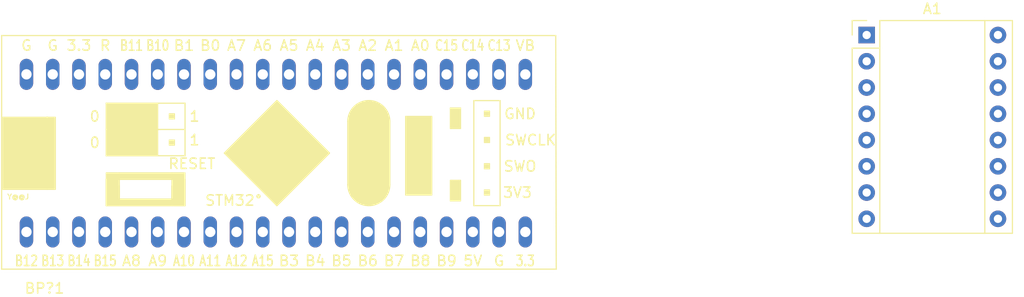
<source format=kicad_pcb>
(kicad_pcb (version 20171130) (host pcbnew 5.1.6-1.fc31)

  (general
    (thickness 1.6)
    (drawings 0)
    (tracks 0)
    (zones 0)
    (modules 2)
    (nets 56)
  )

  (page A4)
  (layers
    (0 F.Cu signal)
    (31 B.Cu signal)
    (32 B.Adhes user)
    (33 F.Adhes user)
    (34 B.Paste user)
    (35 F.Paste user)
    (36 B.SilkS user)
    (37 F.SilkS user)
    (38 B.Mask user)
    (39 F.Mask user)
    (40 Dwgs.User user)
    (41 Cmts.User user)
    (42 Eco1.User user)
    (43 Eco2.User user)
    (44 Edge.Cuts user)
    (45 Margin user)
    (46 B.CrtYd user)
    (47 F.CrtYd user)
    (48 B.Fab user)
    (49 F.Fab user)
  )

  (setup
    (last_trace_width 0.25)
    (trace_clearance 0.2)
    (zone_clearance 0.508)
    (zone_45_only no)
    (trace_min 0.2)
    (via_size 0.8)
    (via_drill 0.4)
    (via_min_size 0.4)
    (via_min_drill 0.3)
    (uvia_size 0.3)
    (uvia_drill 0.1)
    (uvias_allowed no)
    (uvia_min_size 0.2)
    (uvia_min_drill 0.1)
    (edge_width 0.05)
    (segment_width 0.2)
    (pcb_text_width 0.3)
    (pcb_text_size 1.5 1.5)
    (mod_edge_width 0.12)
    (mod_text_size 1 1)
    (mod_text_width 0.15)
    (pad_size 1.524 1.524)
    (pad_drill 0.762)
    (pad_to_mask_clearance 0.05)
    (aux_axis_origin 0 0)
    (visible_elements FFFFFF7F)
    (pcbplotparams
      (layerselection 0x010fc_ffffffff)
      (usegerberextensions false)
      (usegerberattributes true)
      (usegerberadvancedattributes true)
      (creategerberjobfile true)
      (excludeedgelayer true)
      (linewidth 0.100000)
      (plotframeref false)
      (viasonmask false)
      (mode 1)
      (useauxorigin false)
      (hpglpennumber 1)
      (hpglpenspeed 20)
      (hpglpendiameter 15.000000)
      (psnegative false)
      (psa4output false)
      (plotreference true)
      (plotvalue true)
      (plotinvisibletext false)
      (padsonsilk false)
      (subtractmaskfromsilk false)
      (outputformat 1)
      (mirror false)
      (drillshape 1)
      (scaleselection 1)
      (outputdirectory ""))
  )

  (net 0 "")
  (net 1 "Net-(A1-Pad1)")
  (net 2 "Net-(A1-Pad9)")
  (net 3 "Net-(A1-Pad2)")
  (net 4 "Net-(A1-Pad10)")
  (net 5 "Net-(A1-Pad3)")
  (net 6 "Net-(A1-Pad11)")
  (net 7 "Net-(A1-Pad4)")
  (net 8 "Net-(A1-Pad12)")
  (net 9 "Net-(A1-Pad5)")
  (net 10 "Net-(A1-Pad13)")
  (net 11 "Net-(A1-Pad6)")
  (net 12 "Net-(A1-Pad14)")
  (net 13 "Net-(A1-Pad7)")
  (net 14 "Net-(A1-Pad15)")
  (net 15 "Net-(A1-Pad8)")
  (net 16 "Net-(A1-Pad16)")
  (net 17 "Net-(BP?1-Pad20)")
  (net 18 "Net-(BP?1-Pad21)")
  (net 19 "Net-(BP?1-Pad19)")
  (net 20 "Net-(BP?1-Pad22)")
  (net 21 "Net-(BP?1-Pad18)")
  (net 22 "Net-(BP?1-Pad23)")
  (net 23 "Net-(BP?1-Pad17)")
  (net 24 "Net-(BP?1-Pad24)")
  (net 25 "Net-(BP?1-Pad16)")
  (net 26 "Net-(BP?1-Pad25)")
  (net 27 "Net-(BP?1-Pad15)")
  (net 28 "Net-(BP?1-Pad26)")
  (net 29 "Net-(BP?1-Pad14)")
  (net 30 "Net-(BP?1-Pad27)")
  (net 31 "Net-(BP?1-Pad13)")
  (net 32 "Net-(BP?1-Pad28)")
  (net 33 "Net-(BP?1-Pad12)")
  (net 34 "Net-(BP?1-Pad29)")
  (net 35 "Net-(BP?1-Pad11)")
  (net 36 "Net-(BP?1-Pad30)")
  (net 37 "Net-(BP?1-Pad10)")
  (net 38 "Net-(BP?1-Pad31)")
  (net 39 "Net-(BP?1-Pad9)")
  (net 40 "Net-(BP?1-Pad32)")
  (net 41 "Net-(BP?1-Pad8)")
  (net 42 "Net-(BP?1-Pad33)")
  (net 43 "Net-(BP?1-Pad7)")
  (net 44 "Net-(BP?1-Pad34)")
  (net 45 "Net-(BP?1-Pad6)")
  (net 46 "Net-(BP?1-Pad35)")
  (net 47 "Net-(BP?1-Pad5)")
  (net 48 "Net-(BP?1-Pad36)")
  (net 49 "Net-(BP?1-Pad4)")
  (net 50 "Net-(BP?1-Pad37)")
  (net 51 "Net-(BP?1-Pad3)")
  (net 52 "Net-(BP?1-Pad38)")
  (net 53 "Net-(BP?1-Pad2)")
  (net 54 "Net-(BP?1-Pad39)")
  (net 55 "Net-(BP?1-Pad1)")

  (net_class Default "This is the default net class."
    (clearance 0.2)
    (trace_width 0.25)
    (via_dia 0.8)
    (via_drill 0.4)
    (uvia_dia 0.3)
    (uvia_drill 0.1)
    (add_net "Net-(A1-Pad1)")
    (add_net "Net-(A1-Pad10)")
    (add_net "Net-(A1-Pad11)")
    (add_net "Net-(A1-Pad12)")
    (add_net "Net-(A1-Pad13)")
    (add_net "Net-(A1-Pad14)")
    (add_net "Net-(A1-Pad15)")
    (add_net "Net-(A1-Pad16)")
    (add_net "Net-(A1-Pad2)")
    (add_net "Net-(A1-Pad3)")
    (add_net "Net-(A1-Pad4)")
    (add_net "Net-(A1-Pad5)")
    (add_net "Net-(A1-Pad6)")
    (add_net "Net-(A1-Pad7)")
    (add_net "Net-(A1-Pad8)")
    (add_net "Net-(A1-Pad9)")
    (add_net "Net-(BP?1-Pad1)")
    (add_net "Net-(BP?1-Pad10)")
    (add_net "Net-(BP?1-Pad11)")
    (add_net "Net-(BP?1-Pad12)")
    (add_net "Net-(BP?1-Pad13)")
    (add_net "Net-(BP?1-Pad14)")
    (add_net "Net-(BP?1-Pad15)")
    (add_net "Net-(BP?1-Pad16)")
    (add_net "Net-(BP?1-Pad17)")
    (add_net "Net-(BP?1-Pad18)")
    (add_net "Net-(BP?1-Pad19)")
    (add_net "Net-(BP?1-Pad2)")
    (add_net "Net-(BP?1-Pad20)")
    (add_net "Net-(BP?1-Pad21)")
    (add_net "Net-(BP?1-Pad22)")
    (add_net "Net-(BP?1-Pad23)")
    (add_net "Net-(BP?1-Pad24)")
    (add_net "Net-(BP?1-Pad25)")
    (add_net "Net-(BP?1-Pad26)")
    (add_net "Net-(BP?1-Pad27)")
    (add_net "Net-(BP?1-Pad28)")
    (add_net "Net-(BP?1-Pad29)")
    (add_net "Net-(BP?1-Pad3)")
    (add_net "Net-(BP?1-Pad30)")
    (add_net "Net-(BP?1-Pad31)")
    (add_net "Net-(BP?1-Pad32)")
    (add_net "Net-(BP?1-Pad33)")
    (add_net "Net-(BP?1-Pad34)")
    (add_net "Net-(BP?1-Pad35)")
    (add_net "Net-(BP?1-Pad36)")
    (add_net "Net-(BP?1-Pad37)")
    (add_net "Net-(BP?1-Pad38)")
    (add_net "Net-(BP?1-Pad39)")
    (add_net "Net-(BP?1-Pad4)")
    (add_net "Net-(BP?1-Pad5)")
    (add_net "Net-(BP?1-Pad6)")
    (add_net "Net-(BP?1-Pad7)")
    (add_net "Net-(BP?1-Pad8)")
    (add_net "Net-(BP?1-Pad9)")
  )

  (module Module:Pololu_Breakout-16_15.2x20.3mm (layer F.Cu) (tedit 58AB602C) (tstamp 5ECEAB16)
    (at 105.41 24.13)
    (descr "Pololu Breakout 16-pin 15.2x20.3mm 0.6x0.8\\")
    (tags "Pololu Breakout")
    (path /5ECE574D)
    (fp_text reference A1 (at 6.35 -2.54) (layer F.SilkS)
      (effects (font (size 1 1) (thickness 0.15)))
    )
    (fp_text value Pololu_Breakout_A4988 (at 6.35 20.17) (layer F.Fab)
      (effects (font (size 1 1) (thickness 0.15)))
    )
    (fp_line (start 11.43 -1.4) (end 11.43 19.18) (layer F.SilkS) (width 0.12))
    (fp_line (start 1.27 1.27) (end 1.27 19.18) (layer F.SilkS) (width 0.12))
    (fp_line (start 0 -1.4) (end -1.4 -1.4) (layer F.SilkS) (width 0.12))
    (fp_line (start -1.4 -1.4) (end -1.4 0) (layer F.SilkS) (width 0.12))
    (fp_line (start 1.27 -1.4) (end 1.27 1.27) (layer F.SilkS) (width 0.12))
    (fp_line (start 1.27 1.27) (end -1.4 1.27) (layer F.SilkS) (width 0.12))
    (fp_line (start -1.4 1.27) (end -1.4 19.18) (layer F.SilkS) (width 0.12))
    (fp_line (start -1.4 19.18) (end 14.1 19.18) (layer F.SilkS) (width 0.12))
    (fp_line (start 14.1 19.18) (end 14.1 -1.4) (layer F.SilkS) (width 0.12))
    (fp_line (start 14.1 -1.4) (end 1.27 -1.4) (layer F.SilkS) (width 0.12))
    (fp_line (start -1.27 0) (end 0 -1.27) (layer F.Fab) (width 0.1))
    (fp_line (start 0 -1.27) (end 13.97 -1.27) (layer F.Fab) (width 0.1))
    (fp_line (start 13.97 -1.27) (end 13.97 19.05) (layer F.Fab) (width 0.1))
    (fp_line (start 13.97 19.05) (end -1.27 19.05) (layer F.Fab) (width 0.1))
    (fp_line (start -1.27 19.05) (end -1.27 0) (layer F.Fab) (width 0.1))
    (fp_line (start -1.53 -1.52) (end 14.21 -1.52) (layer F.CrtYd) (width 0.05))
    (fp_line (start -1.53 -1.52) (end -1.53 19.3) (layer F.CrtYd) (width 0.05))
    (fp_line (start 14.21 19.3) (end 14.21 -1.52) (layer F.CrtYd) (width 0.05))
    (fp_line (start 14.21 19.3) (end -1.53 19.3) (layer F.CrtYd) (width 0.05))
    (fp_text user %R (at 6.35 0) (layer F.Fab)
      (effects (font (size 1 1) (thickness 0.15)))
    )
    (pad 1 thru_hole rect (at 0 0) (size 1.6 1.6) (drill 0.8) (layers *.Cu *.Mask)
      (net 1 "Net-(A1-Pad1)"))
    (pad 9 thru_hole oval (at 12.7 17.78) (size 1.6 1.6) (drill 0.8) (layers *.Cu *.Mask)
      (net 2 "Net-(A1-Pad9)"))
    (pad 2 thru_hole oval (at 0 2.54) (size 1.6 1.6) (drill 0.8) (layers *.Cu *.Mask)
      (net 3 "Net-(A1-Pad2)"))
    (pad 10 thru_hole oval (at 12.7 15.24) (size 1.6 1.6) (drill 0.8) (layers *.Cu *.Mask)
      (net 4 "Net-(A1-Pad10)"))
    (pad 3 thru_hole oval (at 0 5.08) (size 1.6 1.6) (drill 0.8) (layers *.Cu *.Mask)
      (net 5 "Net-(A1-Pad3)"))
    (pad 11 thru_hole oval (at 12.7 12.7) (size 1.6 1.6) (drill 0.8) (layers *.Cu *.Mask)
      (net 6 "Net-(A1-Pad11)"))
    (pad 4 thru_hole oval (at 0 7.62) (size 1.6 1.6) (drill 0.8) (layers *.Cu *.Mask)
      (net 7 "Net-(A1-Pad4)"))
    (pad 12 thru_hole oval (at 12.7 10.16) (size 1.6 1.6) (drill 0.8) (layers *.Cu *.Mask)
      (net 8 "Net-(A1-Pad12)"))
    (pad 5 thru_hole oval (at 0 10.16) (size 1.6 1.6) (drill 0.8) (layers *.Cu *.Mask)
      (net 9 "Net-(A1-Pad5)"))
    (pad 13 thru_hole oval (at 12.7 7.62) (size 1.6 1.6) (drill 0.8) (layers *.Cu *.Mask)
      (net 10 "Net-(A1-Pad13)"))
    (pad 6 thru_hole oval (at 0 12.7) (size 1.6 1.6) (drill 0.8) (layers *.Cu *.Mask)
      (net 11 "Net-(A1-Pad6)"))
    (pad 14 thru_hole oval (at 12.7 5.08) (size 1.6 1.6) (drill 0.8) (layers *.Cu *.Mask)
      (net 12 "Net-(A1-Pad14)"))
    (pad 7 thru_hole oval (at 0 15.24) (size 1.6 1.6) (drill 0.8) (layers *.Cu *.Mask)
      (net 13 "Net-(A1-Pad7)"))
    (pad 15 thru_hole oval (at 12.7 2.54) (size 1.6 1.6) (drill 0.8) (layers *.Cu *.Mask)
      (net 14 "Net-(A1-Pad15)"))
    (pad 8 thru_hole oval (at 0 17.78) (size 1.6 1.6) (drill 0.8) (layers *.Cu *.Mask)
      (net 15 "Net-(A1-Pad8)"))
    (pad 16 thru_hole oval (at 12.7 0) (size 1.6 1.6) (drill 0.8) (layers *.Cu *.Mask)
      (net 16 "Net-(A1-Pad16)"))
    (model ${KISYS3DMOD}/Module.3dshapes/Pololu_Breakout-16_15.2x20.3mm.wrl
      (at (xyz 0 0 0))
      (scale (xyz 1 1 1))
      (rotate (xyz 0 0 0))
    )
  )

  (module bluepill:YAAJ_BluePill (layer F.Cu) (tedit 5D9FD4A1) (tstamp 5ECEB177)
    (at 24.13 43.18)
    (path /5ECE59A4)
    (fp_text reference BP?1 (at 1.75006 5.45338 180) (layer F.SilkS)
      (effects (font (size 1 1) (thickness 0.15)))
    )
    (fp_text value BluePill_1 (at 4 -7.7 90) (layer F.Fab) hide
      (effects (font (size 1 1) (thickness 0.15)))
    )
    (fp_poly (pts (xy 42 -5) (xy 41 -5) (xy 41 -3) (xy 42 -3)) (layer F.SilkS) (width 0.1))
    (fp_poly (pts (xy 41 -12) (xy 41 -10) (xy 42 -10) (xy 42 -12)) (layer F.SilkS) (width 0.1))
    (fp_poly (pts (xy 7.8 -12.4) (xy 12.7 -12.4) (xy 12.7 -7.4) (xy 7.8 -7.4)) (layer F.SilkS) (width 0.1))
    (fp_line (start -2.5 -19.1) (end -2.5 3.7) (layer F.CrtYd) (width 0.12))
    (fp_line (start 51.3 3.7) (end -2.5 3.7) (layer F.CrtYd) (width 0.12))
    (fp_line (start 51.3 -19.1) (end 51.3 3.7) (layer F.CrtYd) (width 0.12))
    (fp_line (start -2.5 -19.1) (end 51.3 -19.1) (layer F.CrtYd) (width 0.12))
    (fp_poly (pts (xy 31.19628 -4.20878) (xy 31.34995 -3.74523) (xy 31.60649 -3.36169) (xy 31.74238 -3.18516)
      (xy 32.05734 -2.92608) (xy 32.29102 -2.79908) (xy 32.52216 -2.72288) (xy 32.82696 -2.65176)
      (xy 33.11398 -2.59842) (xy 33.5407 -2.6416) (xy 33.890585 -2.743835) (xy 34.19602 -2.93624)
      (xy 34.41192 -3.08864) (xy 34.63798 -3.33756) (xy 34.87674 -3.62712) (xy 34.97326 -3.85572)
      (xy 35.01898 -4.04876) (xy 35.08756 -4.51358) (xy 35.09264 -10.83818) (xy 34.96564 -11.39444)
      (xy 34.59226 -11.97864) (xy 34.24174 -12.29106) (xy 33.72612 -12.52855) (xy 33.38068 -12.59205)
      (xy 33.07588 -12.6238) (xy 32.74314 -12.59332) (xy 32.34182 -12.4841) (xy 32.1437 -12.40282)
      (xy 31.92018 -12.25042) (xy 31.70428 -12.02944) (xy 31.49854 -11.78052) (xy 31.2547 -11.31824)
      (xy 31.16326 -10.84326) (xy 31.16834 -4.5212)) (layer F.SilkS) (width 0.1))
    (fp_poly (pts (xy 36.67506 -3.56362) (xy 36.67506 -11.18362) (xy 39.21506 -11.18362) (xy 39.21506 -3.56362)) (layer F.SilkS) (width 0.1))
    (fp_line (start 35.15106 -4.57962) (end 35.15106 -10.67562) (layer F.SilkS) (width 0.12))
    (fp_line (start 31.08706 -4.57962) (end 31.08706 -10.67562) (layer F.SilkS) (width 0.12))
    (fp_poly (pts (xy 44.29506 -11.18362) (xy 44.80306 -11.18362) (xy 44.80306 -11.69162) (xy 44.29506 -11.69162)) (layer F.SilkS) (width 0.1))
    (fp_poly (pts (xy 44.29506 -8.64362) (xy 44.80306 -8.64362) (xy 44.80306 -9.15162) (xy 44.29506 -9.15162)) (layer F.SilkS) (width 0.1))
    (fp_poly (pts (xy 44.29506 -6.10362) (xy 44.80306 -6.10362) (xy 44.80306 -6.61162) (xy 44.29506 -6.61162)) (layer F.SilkS) (width 0.1))
    (fp_poly (pts (xy 44.29506 -3.56362) (xy 44.80306 -3.56362) (xy 44.80306 -4.07162) (xy 44.29506 -4.07162)) (layer F.SilkS) (width 0.1))
    (fp_line (start 43.27906 -12.70762) (end 43.27906 -2.54762) (layer F.SilkS) (width 0.12))
    (fp_line (start 45.81906 -12.70762) (end 43.27906 -12.70762) (layer F.SilkS) (width 0.12))
    (fp_line (start 45.81906 -2.54762) (end 45.81906 -12.70762) (layer F.SilkS) (width 0.12))
    (fp_line (start 43.27906 -2.54762) (end 45.81906 -2.54762) (layer F.SilkS) (width 0.12))
    (fp_poly (pts (xy 13.81506 -10.92962) (xy 13.81506 -11.43762) (xy 14.32306 -11.43762) (xy 14.32306 -10.92962)) (layer F.SilkS) (width 0.1))
    (fp_poly (pts (xy 13.81506 -8.38962) (xy 14.32306 -8.38962) (xy 14.32306 -8.89762) (xy 13.81506 -8.89762)) (layer F.SilkS) (width 0.1))
    (fp_poly (pts (xy 11.27506 -10.92962) (xy 11.27506 -11.43762) (xy 11.78306 -11.43762) (xy 11.78306 -10.92962)) (layer F.SilkS) (width 0.1))
    (fp_poly (pts (xy 11.27506 -8.38962) (xy 11.27506 -8.89762) (xy 11.78306 -8.89762) (xy 11.78306 -8.38962)) (layer F.SilkS) (width 0.1))
    (fp_poly (pts (xy 8.73506 -10.92962) (xy 9.24306 -10.92962) (xy 9.24306 -11.43762) (xy 8.73506 -11.43762)) (layer F.SilkS) (width 0.1))
    (fp_poly (pts (xy 8.73506 -8.38962) (xy 8.73506 -8.89762) (xy 9.24306 -8.89762) (xy 9.24306 -8.38962)) (layer F.SilkS) (width 0.1))
    (fp_poly (pts (xy 8.98906 -5.08762) (xy 8.98906 -5.72262) (xy 14.06906 -5.72262) (xy 14.06906 -5.08762)) (layer F.SilkS) (width 0.1))
    (fp_poly (pts (xy 8.98906 -2.54762) (xy 8.98906 -3.18262) (xy 14.06906 -3.18262) (xy 14.06906 -2.54762)) (layer F.SilkS) (width 0.1))
    (fp_poly (pts (xy 14.06906 -2.54762) (xy 14.06906 -5.72262) (xy 15.33906 -5.72262) (xy 15.33906 -2.54762)) (layer F.SilkS) (width 0.1))
    (fp_poly (pts (xy 7.71906 -2.54762) (xy 7.71906 -5.72262) (xy 8.98906 -5.72262) (xy 8.98906 -2.54762)) (layer F.SilkS) (width 0.1))
    (fp_poly (pts (xy 19.14906 -7.62762) (xy 24.22906 -2.54762) (xy 29.30906 -7.62762) (xy 24.22906 -12.70762)) (layer F.SilkS) (width 0.1))
    (fp_poly (pts (xy -2.28 -4.115) (xy 2.8 -4.115) (xy 2.8 -11.1) (xy -2.28 -11.1)) (layer F.SilkS) (width 0.1))
    (fp_line (start 7.71906 -9.91362) (end 15.33906 -9.91362) (layer F.SilkS) (width 0.12))
    (fp_line (start 7.71906 -12.45362) (end 7.71906 -7.37362) (layer F.SilkS) (width 0.12))
    (fp_line (start 15.33906 -12.45362) (end 7.71906 -12.45362) (layer F.SilkS) (width 0.12))
    (fp_line (start 15.33906 -7.37362) (end 15.33906 -12.45362) (layer F.SilkS) (width 0.12))
    (fp_line (start 7.71906 -7.37362) (end 15.33906 -7.37362) (layer F.SilkS) (width 0.12))
    (fp_line (start 14.06906 -3.18262) (end 8.98906 -3.18262) (layer F.SilkS) (width 0.12))
    (fp_line (start 14.06906 -4.45262) (end 14.06906 -3.18262) (layer F.SilkS) (width 0.12))
    (fp_line (start 8.98906 -3.18262) (end 8.98906 -4.45262) (layer F.SilkS) (width 0.12))
    (fp_line (start 15.33906 -2.54762) (end 7.71906 -2.54762) (layer F.SilkS) (width 0.12))
    (fp_line (start 15.33906 -5.08762) (end 15.33906 -2.54762) (layer F.SilkS) (width 0.12))
    (fp_line (start 7.71906 -5.08762) (end 15.33906 -5.08762) (layer F.SilkS) (width 0.12))
    (fp_line (start 7.71906 -2.54762) (end 7.71906 -5.08762) (layer F.SilkS) (width 0.12))
    (fp_line (start 29.30906 -7.62762) (end 24.22906 -2.54762) (layer F.SilkS) (width 0.12))
    (fp_line (start 24.22906 -12.70762) (end 29.30906 -7.62762) (layer F.SilkS) (width 0.12))
    (fp_line (start 19.14906 -7.62762) (end 24.22906 -12.70762) (layer F.SilkS) (width 0.12))
    (fp_line (start 24.22906 -2.54762) (end 19.14906 -7.62762) (layer F.SilkS) (width 0.12))
    (fp_line (start 2.00406 -4.13512) (end 2.00406 -11.12012) (layer F.SilkS) (width 0.12))
    (fp_line (start 51.25 3.6) (end -2.4 3.6) (layer F.SilkS) (width 0.12))
    (fp_line (start 51.2 -19) (end 51.25 3.6) (layer F.SilkS) (width 0.12))
    (fp_line (start -2.4 -19) (end 51.2 -19) (layer F.SilkS) (width 0.12))
    (fp_line (start -2.4 3.6) (end -2.4 -19) (layer F.SilkS) (width 0.12))
    (fp_arc (start 33.11906 -10.67562) (end 35.15106 -10.67562) (angle -180) (layer F.SilkS) (width 0.12))
    (fp_arc (start 33.11906 -4.57962) (end 31.08706 -4.57962) (angle -180) (layer F.SilkS) (width 0.12))
    (fp_text user G (at 0 -18.034) (layer F.SilkS)
      (effects (font (size 1 1) (thickness 0.15)))
    )
    (fp_text user G (at 2.54 -18.034) (layer F.SilkS)
      (effects (font (size 1 1) (thickness 0.15)))
    )
    (fp_text user 3.3 (at 5.08 -18.034) (layer F.SilkS)
      (effects (font (size 1 1) (thickness 0.15)))
    )
    (fp_text user R (at 7.62 -18.034) (layer F.SilkS)
      (effects (font (size 1 1) (thickness 0.15)))
    )
    (fp_text user B11 (at 10.16 -18.034) (layer F.SilkS)
      (effects (font (size 1 0.762) (thickness 0.15)))
    )
    (fp_text user B10 (at 12.7 -18.034) (layer F.SilkS)
      (effects (font (size 1 0.762) (thickness 0.15)))
    )
    (fp_text user B1 (at 15.24 -18.034) (layer F.SilkS)
      (effects (font (size 1 1) (thickness 0.15)))
    )
    (fp_text user B0 (at 17.78 -18.034) (layer F.SilkS)
      (effects (font (size 1 1) (thickness 0.15)))
    )
    (fp_text user A7 (at 20.32 -18.034) (layer F.SilkS)
      (effects (font (size 1 1) (thickness 0.15)))
    )
    (fp_text user A6 (at 22.86 -18.034) (layer F.SilkS)
      (effects (font (size 1 1) (thickness 0.15)))
    )
    (fp_text user A5 (at 25.4 -18.034) (layer F.SilkS)
      (effects (font (size 1 1) (thickness 0.15)))
    )
    (fp_text user A4 (at 27.94 -18.034) (layer F.SilkS)
      (effects (font (size 1 1) (thickness 0.15)))
    )
    (fp_text user A3 (at 30.48 -18.034) (layer F.SilkS)
      (effects (font (size 1 1) (thickness 0.15)))
    )
    (fp_text user A2 (at 33.02 -18.034) (layer F.SilkS)
      (effects (font (size 1 1) (thickness 0.15)))
    )
    (fp_text user A1 (at 35.56 -18.034) (layer F.SilkS)
      (effects (font (size 1 1) (thickness 0.15)))
    )
    (fp_text user A0 (at 38.1 -18.034) (layer F.SilkS)
      (effects (font (size 1 1) (thickness 0.15)))
    )
    (fp_text user C15 (at 40.64 -18.034) (layer F.SilkS)
      (effects (font (size 1 0.762) (thickness 0.15)))
    )
    (fp_text user C14 (at 43.18 -18.034) (layer F.SilkS)
      (effects (font (size 1 0.762) (thickness 0.15)))
    )
    (fp_text user C13 (at 45.72 -18.034) (layer F.SilkS)
      (effects (font (size 1 0.762) (thickness 0.15)))
    )
    (fp_text user VB (at 48.26 -18.034) (layer F.SilkS)
      (effects (font (size 1 1) (thickness 0.15)))
    )
    (fp_text user B12 (at 0 2.794) (layer F.SilkS)
      (effects (font (size 1 0.762) (thickness 0.15)))
    )
    (fp_text user B13 (at 2.54 2.794) (layer F.SilkS)
      (effects (font (size 1 0.762) (thickness 0.15)))
    )
    (fp_text user B14 (at 5.08 2.794) (layer F.SilkS)
      (effects (font (size 1 0.762) (thickness 0.15)))
    )
    (fp_text user B15 (at 7.62 2.794) (layer F.SilkS)
      (effects (font (size 1 0.762) (thickness 0.15)))
    )
    (fp_text user A8 (at 10.16 2.794) (layer F.SilkS)
      (effects (font (size 1 1) (thickness 0.15)))
    )
    (fp_text user A9 (at 12.7 2.794) (layer F.SilkS)
      (effects (font (size 1 1) (thickness 0.15)))
    )
    (fp_text user A10 (at 15.24 2.794) (layer F.SilkS)
      (effects (font (size 1 0.762) (thickness 0.15)))
    )
    (fp_text user A11 (at 17.78 2.794) (layer F.SilkS)
      (effects (font (size 1 0.762) (thickness 0.15)))
    )
    (fp_text user A12 (at 20.32 2.794) (layer F.SilkS)
      (effects (font (size 1 0.762) (thickness 0.15)))
    )
    (fp_text user A15 (at 22.86 2.794) (layer F.SilkS)
      (effects (font (size 1 0.762) (thickness 0.15)))
    )
    (fp_text user B3 (at 25.4 2.794) (layer F.SilkS)
      (effects (font (size 1 1) (thickness 0.15)))
    )
    (fp_text user B4 (at 27.94 2.794) (layer F.SilkS)
      (effects (font (size 1 1) (thickness 0.15)))
    )
    (fp_text user B5 (at 30.48 2.794) (layer F.SilkS)
      (effects (font (size 1 1) (thickness 0.15)))
    )
    (fp_text user B6 (at 33.02 2.794) (layer F.SilkS)
      (effects (font (size 1 1) (thickness 0.15)))
    )
    (fp_text user B7 (at 35.56 2.794) (layer F.SilkS)
      (effects (font (size 1 1) (thickness 0.15)))
    )
    (fp_text user B8 (at 38.1 2.794) (layer F.SilkS)
      (effects (font (size 1 1) (thickness 0.15)))
    )
    (fp_text user B9 (at 40.64 2.794) (layer F.SilkS)
      (effects (font (size 1 1) (thickness 0.15)))
    )
    (fp_text user 5V (at 43.18 2.794) (layer F.SilkS)
      (effects (font (size 1 1) (thickness 0.15)))
    )
    (fp_text user 3.3 (at 48.26 2.794) (layer F.SilkS)
      (effects (font (size 1 0.762) (thickness 0.15)))
    )
    (fp_text user G (at 45.72 2.794) (layer F.SilkS)
      (effects (font (size 1 1) (thickness 0.15)))
    )
    (fp_text user 0 (at 6.604 -11.176) (layer F.SilkS)
      (effects (font (size 1 1) (thickness 0.15)))
    )
    (fp_text user 0 (at 6.604 -8.636) (layer F.SilkS)
      (effects (font (size 1 1) (thickness 0.15)))
    )
    (fp_text user 1 (at 16.256 -11.176) (layer F.SilkS)
      (effects (font (size 1 1) (thickness 0.15)))
    )
    (fp_text user 1 (at 16.256 -8.89) (layer F.SilkS)
      (effects (font (size 1 1) (thickness 0.15)))
    )
    (fp_text user RESET (at 16.002 -6.604) (layer F.SilkS)
      (effects (font (size 1 1) (thickness 0.15)))
    )
    (fp_text user STM32° (at 20.066 -3.048) (layer F.SilkS)
      (effects (font (size 1 1) (thickness 0.15)))
    )
    (fp_text user GND (at 47.752 -11.43) (layer F.SilkS)
      (effects (font (size 1 1) (thickness 0.15)))
    )
    (fp_text user SWCLK (at 48.768 -8.89) (layer F.SilkS)
      (effects (font (size 1 1) (thickness 0.15)))
    )
    (fp_text user SWO (at 47.752 -6.35) (layer F.SilkS)
      (effects (font (size 1 1) (thickness 0.15)))
    )
    (fp_text user 3V3 (at 47.498 -3.81) (layer F.SilkS)
      (effects (font (size 1 1) (thickness 0.15)))
    )
    (fp_text user Y@@J (at -0.8 -3.4) (layer F.SilkS)
      (effects (font (size 0.5 0.5) (thickness 0.1)))
    )
    (pad 20 thru_hole oval (at 48.26 0) (size 1.3 3) (drill 1) (layers *.Cu *.Mask)
      (net 17 "Net-(BP?1-Pad20)"))
    (pad 21 thru_hole oval (at 48.26 -15.24) (size 1.3 3) (drill 1) (layers *.Cu *.Mask)
      (net 18 "Net-(BP?1-Pad21)"))
    (pad 19 thru_hole oval (at 45.72 0) (size 1.3 3) (drill 1) (layers *.Cu *.Mask)
      (net 19 "Net-(BP?1-Pad19)"))
    (pad 22 thru_hole oval (at 45.72 -15.24) (size 1.3 3) (drill 1) (layers *.Cu *.Mask)
      (net 20 "Net-(BP?1-Pad22)"))
    (pad 18 thru_hole oval (at 43.18 0) (size 1.3 3) (drill 1) (layers *.Cu *.Mask)
      (net 21 "Net-(BP?1-Pad18)"))
    (pad 23 thru_hole oval (at 43.18 -15.24762) (size 1.3 3) (drill 1) (layers *.Cu *.Mask)
      (net 22 "Net-(BP?1-Pad23)"))
    (pad 17 thru_hole oval (at 40.64 0) (size 1.3 3) (drill 1) (layers *.Cu *.Mask)
      (net 23 "Net-(BP?1-Pad17)"))
    (pad 24 thru_hole oval (at 40.64 -15.24) (size 1.3 3) (drill 1) (layers *.Cu *.Mask)
      (net 24 "Net-(BP?1-Pad24)"))
    (pad 16 thru_hole oval (at 38.1 0) (size 1.3 3) (drill 1) (layers *.Cu *.Mask)
      (net 25 "Net-(BP?1-Pad16)"))
    (pad 25 thru_hole oval (at 38.1 -15.24) (size 1.3 3) (drill 1) (layers *.Cu *.Mask)
      (net 26 "Net-(BP?1-Pad25)"))
    (pad 15 thru_hole oval (at 35.56 0) (size 1.3 3) (drill 1) (layers *.Cu *.Mask)
      (net 27 "Net-(BP?1-Pad15)"))
    (pad 26 thru_hole oval (at 35.56 -15.24) (size 1.3 3) (drill 1) (layers *.Cu *.Mask)
      (net 28 "Net-(BP?1-Pad26)"))
    (pad 14 thru_hole oval (at 33.02 0) (size 1.3 3) (drill 1) (layers *.Cu *.Mask)
      (net 29 "Net-(BP?1-Pad14)"))
    (pad 27 thru_hole oval (at 33.02 -15.24) (size 1.3 3) (drill 1) (layers *.Cu *.Mask)
      (net 30 "Net-(BP?1-Pad27)"))
    (pad 13 thru_hole oval (at 30.48 -0.00762) (size 1.3 3) (drill 1) (layers *.Cu *.Mask)
      (net 31 "Net-(BP?1-Pad13)"))
    (pad 28 thru_hole oval (at 30.48 -15.24) (size 1.3 3) (drill 1) (layers *.Cu *.Mask)
      (net 32 "Net-(BP?1-Pad28)"))
    (pad 12 thru_hole oval (at 27.94 0) (size 1.3 3) (drill 1) (layers *.Cu *.Mask)
      (net 33 "Net-(BP?1-Pad12)"))
    (pad 29 thru_hole oval (at 27.94 -15.24) (size 1.3 3) (drill 1) (layers *.Cu *.Mask)
      (net 34 "Net-(BP?1-Pad29)"))
    (pad 11 thru_hole oval (at 25.4 0) (size 1.3 3) (drill 1) (layers *.Cu *.Mask)
      (net 35 "Net-(BP?1-Pad11)"))
    (pad 30 thru_hole oval (at 25.4 -15.24) (size 1.3 3) (drill 1) (layers *.Cu *.Mask)
      (net 36 "Net-(BP?1-Pad30)"))
    (pad 10 thru_hole oval (at 22.86 0) (size 1.3 3) (drill 1) (layers *.Cu *.Mask)
      (net 37 "Net-(BP?1-Pad10)"))
    (pad 31 thru_hole oval (at 22.86 -15.24) (size 1.3 3) (drill 1) (layers *.Cu *.Mask)
      (net 38 "Net-(BP?1-Pad31)"))
    (pad 9 thru_hole oval (at 20.32 0) (size 1.3 3) (drill 1) (layers *.Cu *.Mask)
      (net 39 "Net-(BP?1-Pad9)"))
    (pad 32 thru_hole oval (at 20.32 -15.24762) (size 1.3 3) (drill 1) (layers *.Cu *.Mask)
      (net 40 "Net-(BP?1-Pad32)"))
    (pad 8 thru_hole oval (at 17.78 0) (size 1.3 3) (drill 1) (layers *.Cu *.Mask)
      (net 41 "Net-(BP?1-Pad8)"))
    (pad 33 thru_hole oval (at 17.78 -15.24) (size 1.3 3) (drill 1) (layers *.Cu *.Mask)
      (net 42 "Net-(BP?1-Pad33)"))
    (pad 7 thru_hole oval (at 15.24 0) (size 1.3 3) (drill 1) (layers *.Cu *.Mask)
      (net 43 "Net-(BP?1-Pad7)"))
    (pad 34 thru_hole oval (at 15.24 -15.24) (size 1.3 3) (drill 1) (layers *.Cu *.Mask)
      (net 44 "Net-(BP?1-Pad34)"))
    (pad 6 thru_hole oval (at 12.7 0) (size 1.3 3) (drill 1) (layers *.Cu *.Mask)
      (net 45 "Net-(BP?1-Pad6)"))
    (pad 35 thru_hole oval (at 12.7 -15.24) (size 1.3 3) (drill 1) (layers *.Cu *.Mask)
      (net 46 "Net-(BP?1-Pad35)"))
    (pad 5 thru_hole oval (at 10.16 0) (size 1.3 3) (drill 1) (layers *.Cu *.Mask)
      (net 47 "Net-(BP?1-Pad5)"))
    (pad 36 thru_hole oval (at 10.16 -15.24) (size 1.3 3) (drill 1) (layers *.Cu *.Mask)
      (net 48 "Net-(BP?1-Pad36)"))
    (pad 4 thru_hole oval (at 7.62 0) (size 1.3 3) (drill 1) (layers *.Cu *.Mask)
      (net 49 "Net-(BP?1-Pad4)"))
    (pad 37 thru_hole oval (at 7.62 -15.24) (size 1.3 3) (drill 1) (layers *.Cu *.Mask)
      (net 50 "Net-(BP?1-Pad37)"))
    (pad 3 thru_hole oval (at 5.08 -0.00762) (size 1.3 3) (drill 1) (layers *.Cu *.Mask)
      (net 51 "Net-(BP?1-Pad3)"))
    (pad 38 thru_hole oval (at 5.08 -15.24) (size 1.3 3) (drill 1) (layers *.Cu *.Mask)
      (net 52 "Net-(BP?1-Pad38)"))
    (pad 2 thru_hole oval (at 2.54 0) (size 1.3 3) (drill 1) (layers *.Cu *.Mask)
      (net 53 "Net-(BP?1-Pad2)"))
    (pad 39 thru_hole oval (at 2.54 -15.24762) (size 1.3 3) (drill 1) (layers *.Cu *.Mask)
      (net 54 "Net-(BP?1-Pad39)"))
    (pad 1 thru_hole oval (at 0 0) (size 1.3 3) (drill 1) (layers *.Cu *.Mask)
      (net 55 "Net-(BP?1-Pad1)"))
    (pad 40 thru_hole oval (at 0 -15.24762) (size 1.3 3) (drill 1) (layers *.Cu *.Mask)
      (net 1 "Net-(A1-Pad1)"))
    (model D:/Users/admin/Documents/KiCad/YAAJ_Modules/YAAJ_STM32.pretty/YAAJ_BluePill.STEP
      (offset (xyz 21.6 17.9 -50.5))
      (scale (xyz 1 1 1))
      (rotate (xyz 0 0 -90))
    )
  )

)

</source>
